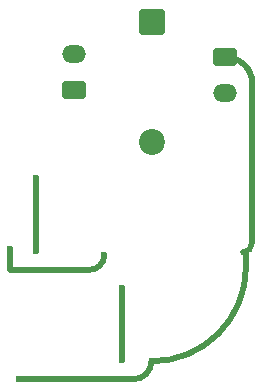
<source format=gbr>
%TF.GenerationSoftware,KiCad,Pcbnew,9.0.4*%
%TF.CreationDate,2025-10-16T00:09:43-05:00*%
%TF.ProjectId,new project,6e657720-7072-46f6-9a65-63742e6b6963,rev?*%
%TF.SameCoordinates,Original*%
%TF.FileFunction,Copper,L2,Bot*%
%TF.FilePolarity,Positive*%
%FSLAX46Y46*%
G04 Gerber Fmt 4.6, Leading zero omitted, Abs format (unit mm)*
G04 Created by KiCad (PCBNEW 9.0.4) date 2025-10-16 00:09:43*
%MOMM*%
%LPD*%
G01*
G04 APERTURE LIST*
G04 Aperture macros list*
%AMRoundRect*
0 Rectangle with rounded corners*
0 $1 Rounding radius*
0 $2 $3 $4 $5 $6 $7 $8 $9 X,Y pos of 4 corners*
0 Add a 4 corners polygon primitive as box body*
4,1,4,$2,$3,$4,$5,$6,$7,$8,$9,$2,$3,0*
0 Add four circle primitives for the rounded corners*
1,1,$1+$1,$2,$3*
1,1,$1+$1,$4,$5*
1,1,$1+$1,$6,$7*
1,1,$1+$1,$8,$9*
0 Add four rect primitives between the rounded corners*
20,1,$1+$1,$2,$3,$4,$5,0*
20,1,$1+$1,$4,$5,$6,$7,0*
20,1,$1+$1,$6,$7,$8,$9,0*
20,1,$1+$1,$8,$9,$2,$3,0*%
G04 Aperture macros list end*
%TA.AperFunction,ComponentPad*%
%ADD10RoundRect,0.249999X-0.850001X0.850001X-0.850001X-0.850001X0.850001X-0.850001X0.850001X0.850001X0*%
%TD*%
%TA.AperFunction,ComponentPad*%
%ADD11C,2.200000*%
%TD*%
%TA.AperFunction,ComponentPad*%
%ADD12RoundRect,0.250001X-0.759999X0.499999X-0.759999X-0.499999X0.759999X-0.499999X0.759999X0.499999X0*%
%TD*%
%TA.AperFunction,ComponentPad*%
%ADD13O,2.020000X1.500000*%
%TD*%
%TA.AperFunction,ComponentPad*%
%ADD14RoundRect,0.250001X0.759999X-0.499999X0.759999X0.499999X-0.759999X0.499999X-0.759999X-0.499999X0*%
%TD*%
%TA.AperFunction,ViaPad*%
%ADD15C,0.600000*%
%TD*%
%TA.AperFunction,Conductor*%
%ADD16C,0.500000*%
%TD*%
G04 APERTURE END LIST*
D10*
%TO.P,D1,1,K*%
%TO.N,Net-(D1-K)*%
X129000000Y-67000000D03*
D11*
%TO.P,D1,2,A*%
%TO.N,Net-(D1-A)*%
X129000000Y-77160000D03*
%TD*%
D12*
%TO.P,J2,1,Pin_1*%
%TO.N,GND*%
X135250000Y-70000000D03*
D13*
%TO.P,J2,2,Pin_2*%
%TO.N,Net-(D1-K)*%
X135250000Y-73000000D03*
%TD*%
D14*
%TO.P,J1,1,Pin_1*%
%TO.N,Net-(D1-K)*%
X122465000Y-72750000D03*
D13*
%TO.P,J1,2,Pin_2*%
%TO.N,Net-(J1-Pin_2)*%
X122465000Y-69750000D03*
%TD*%
D15*
%TO.N,GND*%
X117750000Y-97250000D03*
X137000000Y-86500000D03*
X129000000Y-95750000D03*
%TO.N,Net-(J1-Pin_2)*%
X119250000Y-86400000D03*
X119250000Y-80250000D03*
%TO.N,Net-(Q1-B)*%
X126500000Y-95650000D03*
X125000000Y-86750000D03*
X126500000Y-89500000D03*
X117000000Y-86250000D03*
%TD*%
D16*
%TO.N,GND*%
X135383066Y-70002889D02*
X135450877Y-70007318D01*
X137504009Y-71844173D02*
X137507832Y-71870887D01*
X136889704Y-70670688D02*
X136935643Y-70717998D01*
X137149500Y-70981795D02*
X137185942Y-71036096D01*
X136579303Y-70411062D02*
X136633106Y-70449666D01*
X136040487Y-70133866D02*
X136104456Y-70157760D01*
X137510334Y-71890973D02*
X137510334Y-85739666D01*
X135450877Y-70007318D02*
X135517070Y-70013600D01*
X136935643Y-70717998D02*
X136982402Y-70769083D01*
X137445411Y-71590702D02*
X137462333Y-71649673D01*
X137489058Y-71761584D02*
X137498133Y-71808679D01*
X136228475Y-70210462D02*
X136288358Y-70239076D01*
X127500000Y-97250000D02*
X117750000Y-97250000D01*
X136840126Y-70622597D02*
X136889704Y-70670688D01*
X137185942Y-71036096D02*
X137223244Y-71095426D01*
X136687790Y-70491381D02*
X136739157Y-70533053D01*
X137256176Y-71151570D02*
X137290028Y-71213443D01*
X137000000Y-86457758D02*
X137000000Y-86500000D01*
X137474993Y-71699217D02*
X137489058Y-71761584D01*
X136466315Y-70337320D02*
X136522351Y-70372716D01*
X136349236Y-70270380D02*
X136407300Y-70302441D01*
X137462333Y-71649673D02*
X137474993Y-71699217D01*
X135717218Y-70044444D02*
X135782203Y-70058398D01*
X135517070Y-70013600D02*
X135584565Y-70021984D01*
X137422734Y-71520680D02*
X137445411Y-71590702D01*
X137498133Y-71808679D02*
X137504009Y-71844173D01*
X136982402Y-70769083D02*
X137025346Y-70818943D01*
X137000000Y-86500000D02*
X137000000Y-87750000D01*
X136522351Y-70372716D02*
X136579303Y-70411062D01*
X136791383Y-70578016D02*
X136840126Y-70622597D01*
X136739157Y-70533053D02*
X136791383Y-70578016D01*
X135316613Y-70000475D02*
X135383066Y-70002889D01*
X136104456Y-70157760D02*
X136165945Y-70182822D01*
X137108887Y-70925098D02*
X137149500Y-70981795D01*
X137223244Y-71095426D02*
X137256176Y-71151570D01*
X136165945Y-70182822D02*
X136228475Y-70210462D01*
X137069112Y-70872898D02*
X137108887Y-70925098D01*
X137349530Y-71335505D02*
X137374909Y-71394306D01*
X135250000Y-70000000D02*
X135316613Y-70000475D01*
X137401435Y-71461313D02*
X137422734Y-71520680D01*
X137025346Y-70818943D02*
X137069112Y-70872898D01*
X136407300Y-70302441D02*
X136466315Y-70337320D01*
X136288358Y-70239076D02*
X136349236Y-70270380D01*
X137290028Y-71213443D02*
X137319281Y-71271111D01*
X136633106Y-70449666D02*
X136687790Y-70491381D01*
X137374909Y-71394306D02*
X137401435Y-71461313D01*
X135977609Y-70112441D02*
X136040487Y-70133866D01*
X137507832Y-71870887D02*
X137510334Y-71890973D01*
X135848382Y-70074630D02*
X135912426Y-70092345D01*
X135650268Y-70032119D02*
X135717218Y-70044444D01*
X137319281Y-71271111D02*
X137349530Y-71335505D01*
X135912426Y-70092345D02*
X135977609Y-70112441D01*
X135782203Y-70058398D02*
X135848382Y-70074630D01*
X135584565Y-70021984D02*
X135650268Y-70032119D01*
X137000000Y-87750000D02*
G75*
G02*
X129000000Y-95750000I-8000000J0D01*
G01*
X129000000Y-95750000D02*
G75*
G02*
X127500000Y-97250000I-1500000J0D01*
G01*
X137510334Y-85739666D02*
G75*
G02*
X136750000Y-86500034I-760334J-34D01*
G01*
%TO.N,Net-(J1-Pin_2)*%
X119250000Y-86400000D02*
X119250000Y-80250000D01*
%TO.N,Net-(Q1-B)*%
X117000000Y-88000000D02*
X117000000Y-86250000D01*
X123750000Y-88000000D02*
X117000000Y-88000000D01*
X126500000Y-95650000D02*
X126500000Y-89500000D01*
X125000000Y-86750000D02*
G75*
G02*
X123750000Y-88000000I-1250000J0D01*
G01*
%TD*%
M02*

</source>
